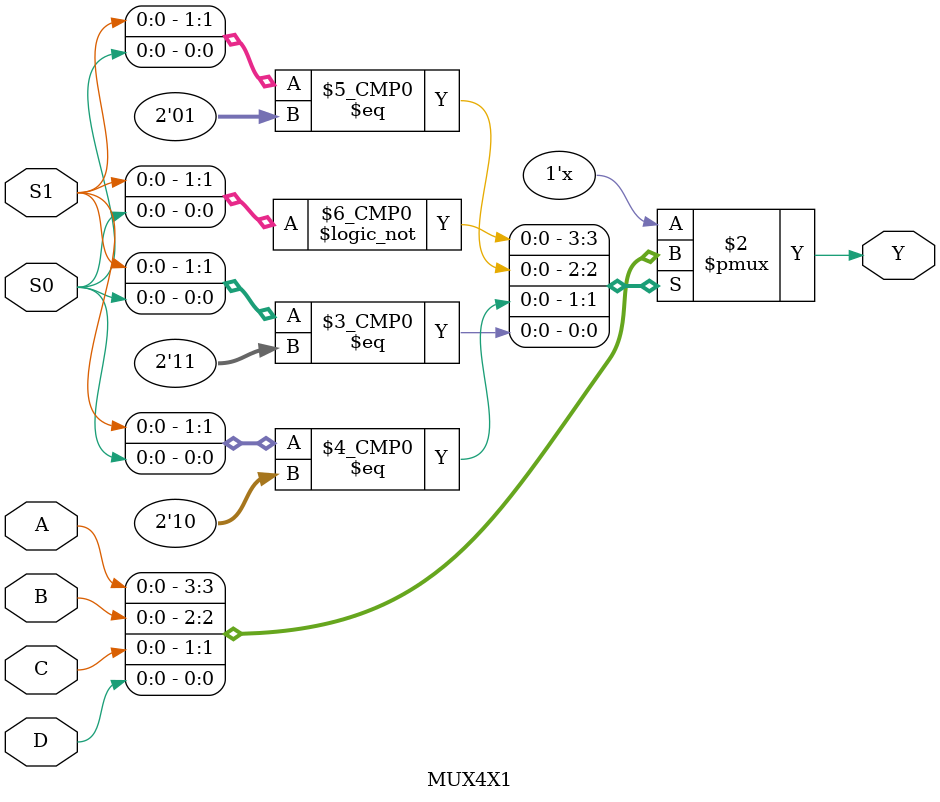
<source format=v>
module MUX4X1 (A, B, C, D, S0, S1, Y);
input A, B, C, D;
input S0, S1;
output Y;

reg Y;

always @ (S1 or S0 or A or B or C or D) begin
   case ({S1, S0})
      2'b00: Y = A;
      2'b01: Y = B;
      2'b10: Y = C;
      2'b11: Y = D;
   endcase
end

endmodule
</source>
